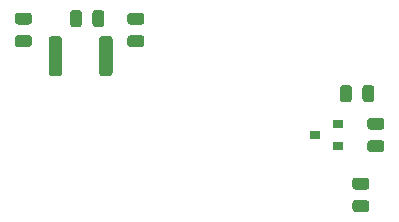
<source format=gbr>
%TF.GenerationSoftware,KiCad,Pcbnew,(5.1.9)-1*%
%TF.CreationDate,2021-03-21T16:20:23+00:00*%
%TF.ProjectId,hp5354a-ocxo,68703533-3534-4612-9d6f-63786f2e6b69,rev?*%
%TF.SameCoordinates,Original*%
%TF.FileFunction,Paste,Bot*%
%TF.FilePolarity,Positive*%
%FSLAX46Y46*%
G04 Gerber Fmt 4.6, Leading zero omitted, Abs format (unit mm)*
G04 Created by KiCad (PCBNEW (5.1.9)-1) date 2021-03-21 16:20:23*
%MOMM*%
%LPD*%
G01*
G04 APERTURE LIST*
%ADD10R,0.900000X0.800000*%
G04 APERTURE END LIST*
%TO.C,L1*%
G36*
G01*
X108657500Y-96700001D02*
X108657500Y-93799999D01*
G75*
G02*
X108907499Y-93550000I249999J0D01*
G01*
X109532501Y-93550000D01*
G75*
G02*
X109782500Y-93799999I0J-249999D01*
G01*
X109782500Y-96700001D01*
G75*
G02*
X109532501Y-96950000I-249999J0D01*
G01*
X108907499Y-96950000D01*
G75*
G02*
X108657500Y-96700001I0J249999D01*
G01*
G37*
G36*
G01*
X104382500Y-96700001D02*
X104382500Y-93799999D01*
G75*
G02*
X104632499Y-93550000I249999J0D01*
G01*
X105257501Y-93550000D01*
G75*
G02*
X105507500Y-93799999I0J-249999D01*
G01*
X105507500Y-96700001D01*
G75*
G02*
X105257501Y-96950000I-249999J0D01*
G01*
X104632499Y-96950000D01*
G75*
G02*
X104382500Y-96700001I0J249999D01*
G01*
G37*
%TD*%
D10*
%TO.C,U1*%
X126905000Y-101920000D03*
X128905000Y-102870000D03*
X128905000Y-100970000D03*
%TD*%
%TO.C,C6*%
G36*
G01*
X132555000Y-101470000D02*
X131605000Y-101470000D01*
G75*
G02*
X131355000Y-101220000I0J250000D01*
G01*
X131355000Y-100720000D01*
G75*
G02*
X131605000Y-100470000I250000J0D01*
G01*
X132555000Y-100470000D01*
G75*
G02*
X132805000Y-100720000I0J-250000D01*
G01*
X132805000Y-101220000D01*
G75*
G02*
X132555000Y-101470000I-250000J0D01*
G01*
G37*
G36*
G01*
X132555000Y-103370000D02*
X131605000Y-103370000D01*
G75*
G02*
X131355000Y-103120000I0J250000D01*
G01*
X131355000Y-102620000D01*
G75*
G02*
X131605000Y-102370000I250000J0D01*
G01*
X132555000Y-102370000D01*
G75*
G02*
X132805000Y-102620000I0J-250000D01*
G01*
X132805000Y-103120000D01*
G75*
G02*
X132555000Y-103370000I-250000J0D01*
G01*
G37*
%TD*%
%TO.C,C5*%
G36*
G01*
X130940000Y-98900000D02*
X130940000Y-97950000D01*
G75*
G02*
X131190000Y-97700000I250000J0D01*
G01*
X131690000Y-97700000D01*
G75*
G02*
X131940000Y-97950000I0J-250000D01*
G01*
X131940000Y-98900000D01*
G75*
G02*
X131690000Y-99150000I-250000J0D01*
G01*
X131190000Y-99150000D01*
G75*
G02*
X130940000Y-98900000I0J250000D01*
G01*
G37*
G36*
G01*
X129040000Y-98900000D02*
X129040000Y-97950000D01*
G75*
G02*
X129290000Y-97700000I250000J0D01*
G01*
X129790000Y-97700000D01*
G75*
G02*
X130040000Y-97950000I0J-250000D01*
G01*
X130040000Y-98900000D01*
G75*
G02*
X129790000Y-99150000I-250000J0D01*
G01*
X129290000Y-99150000D01*
G75*
G02*
X129040000Y-98900000I0J250000D01*
G01*
G37*
%TD*%
%TO.C,C4*%
G36*
G01*
X130335000Y-107445000D02*
X131285000Y-107445000D01*
G75*
G02*
X131535000Y-107695000I0J-250000D01*
G01*
X131535000Y-108195000D01*
G75*
G02*
X131285000Y-108445000I-250000J0D01*
G01*
X130335000Y-108445000D01*
G75*
G02*
X130085000Y-108195000I0J250000D01*
G01*
X130085000Y-107695000D01*
G75*
G02*
X130335000Y-107445000I250000J0D01*
G01*
G37*
G36*
G01*
X130335000Y-105545000D02*
X131285000Y-105545000D01*
G75*
G02*
X131535000Y-105795000I0J-250000D01*
G01*
X131535000Y-106295000D01*
G75*
G02*
X131285000Y-106545000I-250000J0D01*
G01*
X130335000Y-106545000D01*
G75*
G02*
X130085000Y-106295000I0J250000D01*
G01*
X130085000Y-105795000D01*
G75*
G02*
X130335000Y-105545000I250000J0D01*
G01*
G37*
%TD*%
%TO.C,C3*%
G36*
G01*
X112235000Y-92580000D02*
X111285000Y-92580000D01*
G75*
G02*
X111035000Y-92330000I0J250000D01*
G01*
X111035000Y-91830000D01*
G75*
G02*
X111285000Y-91580000I250000J0D01*
G01*
X112235000Y-91580000D01*
G75*
G02*
X112485000Y-91830000I0J-250000D01*
G01*
X112485000Y-92330000D01*
G75*
G02*
X112235000Y-92580000I-250000J0D01*
G01*
G37*
G36*
G01*
X112235000Y-94480000D02*
X111285000Y-94480000D01*
G75*
G02*
X111035000Y-94230000I0J250000D01*
G01*
X111035000Y-93730000D01*
G75*
G02*
X111285000Y-93480000I250000J0D01*
G01*
X112235000Y-93480000D01*
G75*
G02*
X112485000Y-93730000I0J-250000D01*
G01*
X112485000Y-94230000D01*
G75*
G02*
X112235000Y-94480000I-250000J0D01*
G01*
G37*
%TD*%
%TO.C,C2*%
G36*
G01*
X102710000Y-92580000D02*
X101760000Y-92580000D01*
G75*
G02*
X101510000Y-92330000I0J250000D01*
G01*
X101510000Y-91830000D01*
G75*
G02*
X101760000Y-91580000I250000J0D01*
G01*
X102710000Y-91580000D01*
G75*
G02*
X102960000Y-91830000I0J-250000D01*
G01*
X102960000Y-92330000D01*
G75*
G02*
X102710000Y-92580000I-250000J0D01*
G01*
G37*
G36*
G01*
X102710000Y-94480000D02*
X101760000Y-94480000D01*
G75*
G02*
X101510000Y-94230000I0J250000D01*
G01*
X101510000Y-93730000D01*
G75*
G02*
X101760000Y-93480000I250000J0D01*
G01*
X102710000Y-93480000D01*
G75*
G02*
X102960000Y-93730000I0J-250000D01*
G01*
X102960000Y-94230000D01*
G75*
G02*
X102710000Y-94480000I-250000J0D01*
G01*
G37*
%TD*%
%TO.C,C1*%
G36*
G01*
X107185000Y-91600000D02*
X107185000Y-92550000D01*
G75*
G02*
X106935000Y-92800000I-250000J0D01*
G01*
X106435000Y-92800000D01*
G75*
G02*
X106185000Y-92550000I0J250000D01*
G01*
X106185000Y-91600000D01*
G75*
G02*
X106435000Y-91350000I250000J0D01*
G01*
X106935000Y-91350000D01*
G75*
G02*
X107185000Y-91600000I0J-250000D01*
G01*
G37*
G36*
G01*
X109085000Y-91600000D02*
X109085000Y-92550000D01*
G75*
G02*
X108835000Y-92800000I-250000J0D01*
G01*
X108335000Y-92800000D01*
G75*
G02*
X108085000Y-92550000I0J250000D01*
G01*
X108085000Y-91600000D01*
G75*
G02*
X108335000Y-91350000I250000J0D01*
G01*
X108835000Y-91350000D01*
G75*
G02*
X109085000Y-91600000I0J-250000D01*
G01*
G37*
%TD*%
M02*

</source>
